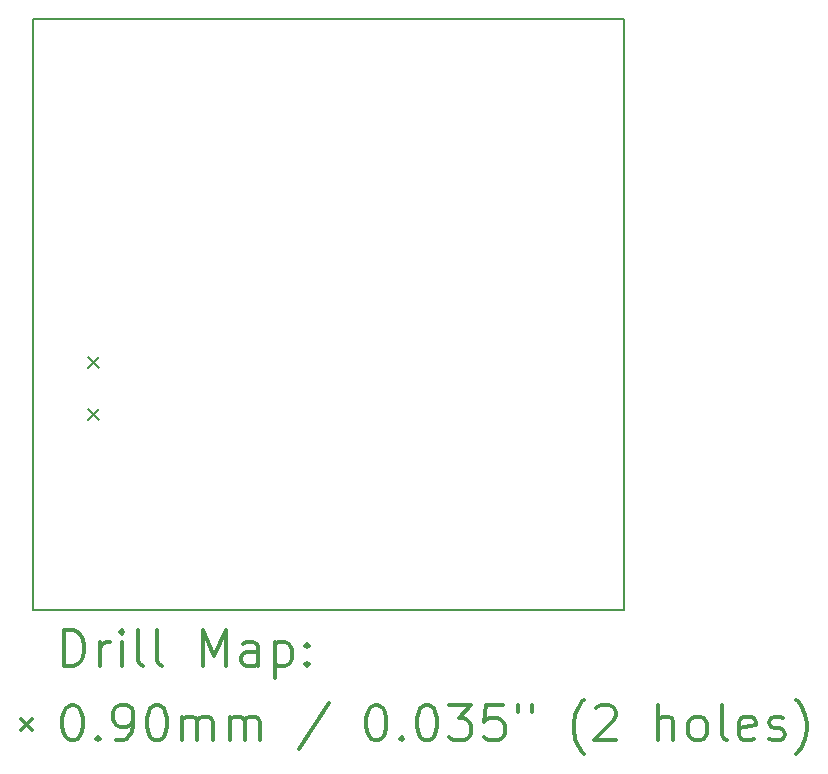
<source format=gbr>
%FSLAX45Y45*%
G04 Gerber Fmt 4.5, Leading zero omitted, Abs format (unit mm)*
G04 Created by KiCad (PCBNEW 4.0.0-rc2-stable) date 5/23/2016 2:12:25 PM*
%MOMM*%
G01*
G04 APERTURE LIST*
%ADD10C,0.127000*%
%ADD11C,0.150000*%
%ADD12C,0.200000*%
%ADD13C,0.300000*%
G04 APERTURE END LIST*
D10*
D11*
X12350110Y-13000360D02*
X17350110Y-13000360D01*
X17350110Y-13000360D02*
X17350110Y-8000360D01*
X17350110Y-8000360D02*
X12350110Y-8000360D01*
X12350110Y-8000360D02*
X12350110Y-13000360D01*
D12*
X12819110Y-10860360D02*
X12909110Y-10950360D01*
X12909110Y-10860360D02*
X12819110Y-10950360D01*
X12819110Y-11300360D02*
X12909110Y-11390360D01*
X12909110Y-11300360D02*
X12819110Y-11390360D01*
D13*
X12614038Y-13473574D02*
X12614038Y-13173574D01*
X12685467Y-13173574D01*
X12728324Y-13187860D01*
X12756896Y-13216431D01*
X12771181Y-13245003D01*
X12785467Y-13302146D01*
X12785467Y-13345003D01*
X12771181Y-13402146D01*
X12756896Y-13430717D01*
X12728324Y-13459289D01*
X12685467Y-13473574D01*
X12614038Y-13473574D01*
X12914038Y-13473574D02*
X12914038Y-13273574D01*
X12914038Y-13330717D02*
X12928324Y-13302146D01*
X12942610Y-13287860D01*
X12971181Y-13273574D01*
X12999753Y-13273574D01*
X13099753Y-13473574D02*
X13099753Y-13273574D01*
X13099753Y-13173574D02*
X13085467Y-13187860D01*
X13099753Y-13202146D01*
X13114038Y-13187860D01*
X13099753Y-13173574D01*
X13099753Y-13202146D01*
X13285467Y-13473574D02*
X13256896Y-13459289D01*
X13242610Y-13430717D01*
X13242610Y-13173574D01*
X13442610Y-13473574D02*
X13414038Y-13459289D01*
X13399753Y-13430717D01*
X13399753Y-13173574D01*
X13785467Y-13473574D02*
X13785467Y-13173574D01*
X13885467Y-13387860D01*
X13985467Y-13173574D01*
X13985467Y-13473574D01*
X14256896Y-13473574D02*
X14256896Y-13316431D01*
X14242610Y-13287860D01*
X14214038Y-13273574D01*
X14156896Y-13273574D01*
X14128324Y-13287860D01*
X14256896Y-13459289D02*
X14228324Y-13473574D01*
X14156896Y-13473574D01*
X14128324Y-13459289D01*
X14114038Y-13430717D01*
X14114038Y-13402146D01*
X14128324Y-13373574D01*
X14156896Y-13359289D01*
X14228324Y-13359289D01*
X14256896Y-13345003D01*
X14399753Y-13273574D02*
X14399753Y-13573574D01*
X14399753Y-13287860D02*
X14428324Y-13273574D01*
X14485467Y-13273574D01*
X14514038Y-13287860D01*
X14528324Y-13302146D01*
X14542610Y-13330717D01*
X14542610Y-13416431D01*
X14528324Y-13445003D01*
X14514038Y-13459289D01*
X14485467Y-13473574D01*
X14428324Y-13473574D01*
X14399753Y-13459289D01*
X14671181Y-13445003D02*
X14685467Y-13459289D01*
X14671181Y-13473574D01*
X14656896Y-13459289D01*
X14671181Y-13445003D01*
X14671181Y-13473574D01*
X14671181Y-13287860D02*
X14685467Y-13302146D01*
X14671181Y-13316431D01*
X14656896Y-13302146D01*
X14671181Y-13287860D01*
X14671181Y-13316431D01*
X12252610Y-13922860D02*
X12342610Y-14012860D01*
X12342610Y-13922860D02*
X12252610Y-14012860D01*
X12671181Y-13803574D02*
X12699753Y-13803574D01*
X12728324Y-13817860D01*
X12742610Y-13832146D01*
X12756896Y-13860717D01*
X12771181Y-13917860D01*
X12771181Y-13989289D01*
X12756896Y-14046431D01*
X12742610Y-14075003D01*
X12728324Y-14089289D01*
X12699753Y-14103574D01*
X12671181Y-14103574D01*
X12642610Y-14089289D01*
X12628324Y-14075003D01*
X12614038Y-14046431D01*
X12599753Y-13989289D01*
X12599753Y-13917860D01*
X12614038Y-13860717D01*
X12628324Y-13832146D01*
X12642610Y-13817860D01*
X12671181Y-13803574D01*
X12899753Y-14075003D02*
X12914038Y-14089289D01*
X12899753Y-14103574D01*
X12885467Y-14089289D01*
X12899753Y-14075003D01*
X12899753Y-14103574D01*
X13056896Y-14103574D02*
X13114038Y-14103574D01*
X13142610Y-14089289D01*
X13156896Y-14075003D01*
X13185467Y-14032146D01*
X13199753Y-13975003D01*
X13199753Y-13860717D01*
X13185467Y-13832146D01*
X13171181Y-13817860D01*
X13142610Y-13803574D01*
X13085467Y-13803574D01*
X13056896Y-13817860D01*
X13042610Y-13832146D01*
X13028324Y-13860717D01*
X13028324Y-13932146D01*
X13042610Y-13960717D01*
X13056896Y-13975003D01*
X13085467Y-13989289D01*
X13142610Y-13989289D01*
X13171181Y-13975003D01*
X13185467Y-13960717D01*
X13199753Y-13932146D01*
X13385467Y-13803574D02*
X13414038Y-13803574D01*
X13442610Y-13817860D01*
X13456896Y-13832146D01*
X13471181Y-13860717D01*
X13485467Y-13917860D01*
X13485467Y-13989289D01*
X13471181Y-14046431D01*
X13456896Y-14075003D01*
X13442610Y-14089289D01*
X13414038Y-14103574D01*
X13385467Y-14103574D01*
X13356896Y-14089289D01*
X13342610Y-14075003D01*
X13328324Y-14046431D01*
X13314038Y-13989289D01*
X13314038Y-13917860D01*
X13328324Y-13860717D01*
X13342610Y-13832146D01*
X13356896Y-13817860D01*
X13385467Y-13803574D01*
X13614038Y-14103574D02*
X13614038Y-13903574D01*
X13614038Y-13932146D02*
X13628324Y-13917860D01*
X13656896Y-13903574D01*
X13699753Y-13903574D01*
X13728324Y-13917860D01*
X13742610Y-13946431D01*
X13742610Y-14103574D01*
X13742610Y-13946431D02*
X13756896Y-13917860D01*
X13785467Y-13903574D01*
X13828324Y-13903574D01*
X13856896Y-13917860D01*
X13871181Y-13946431D01*
X13871181Y-14103574D01*
X14014038Y-14103574D02*
X14014038Y-13903574D01*
X14014038Y-13932146D02*
X14028324Y-13917860D01*
X14056896Y-13903574D01*
X14099753Y-13903574D01*
X14128324Y-13917860D01*
X14142610Y-13946431D01*
X14142610Y-14103574D01*
X14142610Y-13946431D02*
X14156896Y-13917860D01*
X14185467Y-13903574D01*
X14228324Y-13903574D01*
X14256896Y-13917860D01*
X14271181Y-13946431D01*
X14271181Y-14103574D01*
X14856896Y-13789289D02*
X14599753Y-14175003D01*
X15242610Y-13803574D02*
X15271181Y-13803574D01*
X15299753Y-13817860D01*
X15314038Y-13832146D01*
X15328324Y-13860717D01*
X15342610Y-13917860D01*
X15342610Y-13989289D01*
X15328324Y-14046431D01*
X15314038Y-14075003D01*
X15299753Y-14089289D01*
X15271181Y-14103574D01*
X15242610Y-14103574D01*
X15214038Y-14089289D01*
X15199753Y-14075003D01*
X15185467Y-14046431D01*
X15171181Y-13989289D01*
X15171181Y-13917860D01*
X15185467Y-13860717D01*
X15199753Y-13832146D01*
X15214038Y-13817860D01*
X15242610Y-13803574D01*
X15471181Y-14075003D02*
X15485467Y-14089289D01*
X15471181Y-14103574D01*
X15456896Y-14089289D01*
X15471181Y-14075003D01*
X15471181Y-14103574D01*
X15671181Y-13803574D02*
X15699753Y-13803574D01*
X15728324Y-13817860D01*
X15742610Y-13832146D01*
X15756895Y-13860717D01*
X15771181Y-13917860D01*
X15771181Y-13989289D01*
X15756895Y-14046431D01*
X15742610Y-14075003D01*
X15728324Y-14089289D01*
X15699753Y-14103574D01*
X15671181Y-14103574D01*
X15642610Y-14089289D01*
X15628324Y-14075003D01*
X15614038Y-14046431D01*
X15599753Y-13989289D01*
X15599753Y-13917860D01*
X15614038Y-13860717D01*
X15628324Y-13832146D01*
X15642610Y-13817860D01*
X15671181Y-13803574D01*
X15871181Y-13803574D02*
X16056895Y-13803574D01*
X15956895Y-13917860D01*
X15999753Y-13917860D01*
X16028324Y-13932146D01*
X16042610Y-13946431D01*
X16056895Y-13975003D01*
X16056895Y-14046431D01*
X16042610Y-14075003D01*
X16028324Y-14089289D01*
X15999753Y-14103574D01*
X15914038Y-14103574D01*
X15885467Y-14089289D01*
X15871181Y-14075003D01*
X16328324Y-13803574D02*
X16185467Y-13803574D01*
X16171181Y-13946431D01*
X16185467Y-13932146D01*
X16214038Y-13917860D01*
X16285467Y-13917860D01*
X16314038Y-13932146D01*
X16328324Y-13946431D01*
X16342610Y-13975003D01*
X16342610Y-14046431D01*
X16328324Y-14075003D01*
X16314038Y-14089289D01*
X16285467Y-14103574D01*
X16214038Y-14103574D01*
X16185467Y-14089289D01*
X16171181Y-14075003D01*
X16456896Y-13803574D02*
X16456896Y-13860717D01*
X16571181Y-13803574D02*
X16571181Y-13860717D01*
X17014038Y-14217860D02*
X16999753Y-14203574D01*
X16971181Y-14160717D01*
X16956896Y-14132146D01*
X16942610Y-14089289D01*
X16928324Y-14017860D01*
X16928324Y-13960717D01*
X16942610Y-13889289D01*
X16956896Y-13846431D01*
X16971181Y-13817860D01*
X16999753Y-13775003D01*
X17014038Y-13760717D01*
X17114038Y-13832146D02*
X17128324Y-13817860D01*
X17156896Y-13803574D01*
X17228324Y-13803574D01*
X17256896Y-13817860D01*
X17271181Y-13832146D01*
X17285467Y-13860717D01*
X17285467Y-13889289D01*
X17271181Y-13932146D01*
X17099753Y-14103574D01*
X17285467Y-14103574D01*
X17642610Y-14103574D02*
X17642610Y-13803574D01*
X17771181Y-14103574D02*
X17771181Y-13946431D01*
X17756896Y-13917860D01*
X17728324Y-13903574D01*
X17685467Y-13903574D01*
X17656896Y-13917860D01*
X17642610Y-13932146D01*
X17956896Y-14103574D02*
X17928324Y-14089289D01*
X17914038Y-14075003D01*
X17899753Y-14046431D01*
X17899753Y-13960717D01*
X17914038Y-13932146D01*
X17928324Y-13917860D01*
X17956896Y-13903574D01*
X17999753Y-13903574D01*
X18028324Y-13917860D01*
X18042610Y-13932146D01*
X18056896Y-13960717D01*
X18056896Y-14046431D01*
X18042610Y-14075003D01*
X18028324Y-14089289D01*
X17999753Y-14103574D01*
X17956896Y-14103574D01*
X18228324Y-14103574D02*
X18199753Y-14089289D01*
X18185467Y-14060717D01*
X18185467Y-13803574D01*
X18456896Y-14089289D02*
X18428324Y-14103574D01*
X18371181Y-14103574D01*
X18342610Y-14089289D01*
X18328324Y-14060717D01*
X18328324Y-13946431D01*
X18342610Y-13917860D01*
X18371181Y-13903574D01*
X18428324Y-13903574D01*
X18456896Y-13917860D01*
X18471181Y-13946431D01*
X18471181Y-13975003D01*
X18328324Y-14003574D01*
X18585467Y-14089289D02*
X18614039Y-14103574D01*
X18671181Y-14103574D01*
X18699753Y-14089289D01*
X18714039Y-14060717D01*
X18714039Y-14046431D01*
X18699753Y-14017860D01*
X18671181Y-14003574D01*
X18628324Y-14003574D01*
X18599753Y-13989289D01*
X18585467Y-13960717D01*
X18585467Y-13946431D01*
X18599753Y-13917860D01*
X18628324Y-13903574D01*
X18671181Y-13903574D01*
X18699753Y-13917860D01*
X18814038Y-14217860D02*
X18828324Y-14203574D01*
X18856896Y-14160717D01*
X18871181Y-14132146D01*
X18885467Y-14089289D01*
X18899753Y-14017860D01*
X18899753Y-13960717D01*
X18885467Y-13889289D01*
X18871181Y-13846431D01*
X18856896Y-13817860D01*
X18828324Y-13775003D01*
X18814038Y-13760717D01*
M02*

</source>
